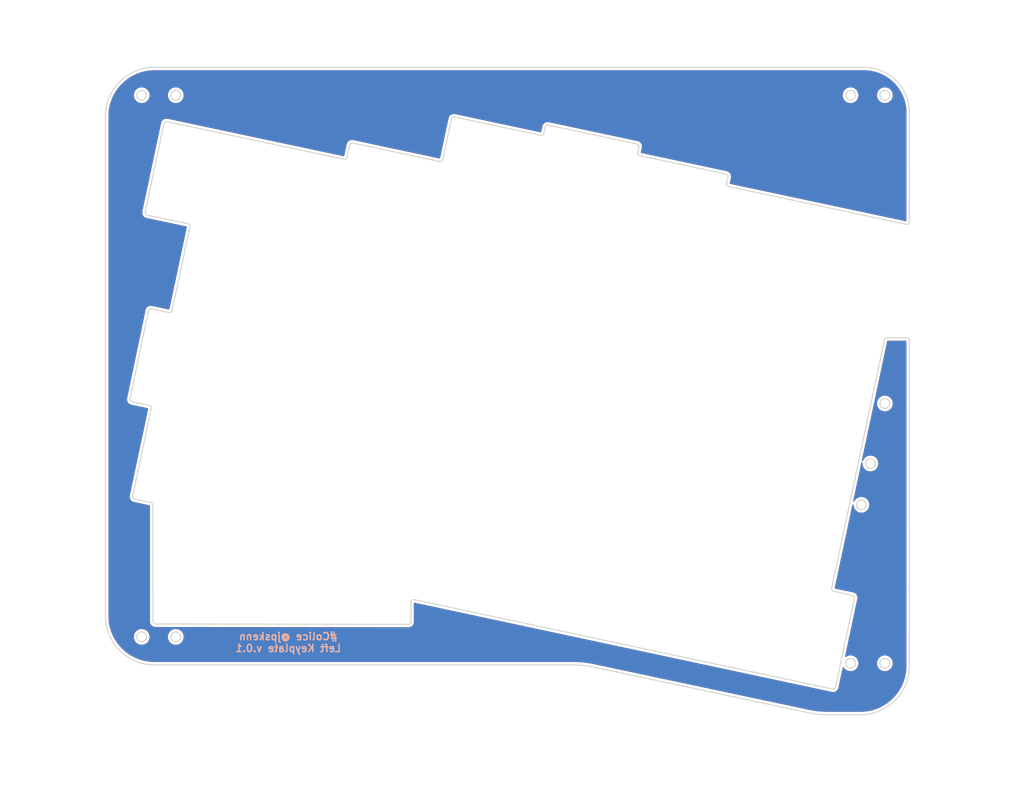
<source format=kicad_pcb>
(kicad_pcb (version 20171130) (host pcbnew "(5.1.5-0-10_14)")
  (layers (0 F.Cu signal) (31 B.Cu signal) (34 B.Paste user) (35 F.Paste user) (36 B.SilkS user) (37 F.SilkS user) (38 B.Mask user) (39 F.Mask user) (44 Edge.Cuts user))
  (net 0 "")
  (gr_curve (pts (xy 181.024951 101.546006) (xy 181.024951 100.994169) (xy 181.473415 100.546185) (xy 182.026761 100.546185)) (layer Edge.Cuts) (width 0.2))
  (gr_curve (pts (xy 28.889849 139.716778) (xy 27.014482 137.841408) (xy 25.960912 135.297964) (xy 25.960912 132.645776)) (layer Edge.Cuts) (width 0.2))
  (gr_curve (pts (xy 125.543202 143.082812) (xy 124.1761 142.792299) (xy 122.782275 142.64572) (xy 121.384746 142.64572)) (layer Edge.Cuts) (width 0.2))
  (gr_curve (pts (xy 178.976829 26.413206) (xy 178.976829 26.966129) (xy 178.528366 27.413389) (xy 177.978636 27.413389)) (layer Edge.Cuts) (width 0.2))
  (gr_curve (pts (xy 177.978636 25.413385) (xy 178.528366 25.413385) (xy 178.976829 25.861368) (xy 178.976829 26.413206)) (layer Edge.Cuts) (width 0.2))
  (gr_curve (pts (xy 173.405005 152.809442) (xy 172.007476 152.809442) (xy 170.613916 152.662862) (xy 169.246814 152.372349)) (layer Edge.Cuts) (width 0.2))
  (gr_line (start 184.976865 90.309718) (end 184.976865 90.309718) (layer Edge.Cuts) (width 0.2))
  (gr_line (start 40.307986 137.924878) (end 40.307986 137.924878) (layer Edge.Cuts) (width 0.2))
  (gr_curve (pts (xy 185.975059 89.309535) (xy 185.975059 89.862458) (xy 185.526595 90.309718) (xy 184.976865 90.309718)) (layer Edge.Cuts) (width 0.2))
  (gr_curve (pts (xy 184.976865 88.309714) (xy 185.526595 88.309714) (xy 185.975059 88.757698) (xy 185.975059 89.309535)) (layer Edge.Cuts) (width 0.2))
  (gr_curve (pts (xy 40.307986 27.413389) (xy 39.75464 27.413389) (xy 39.306176 26.966129) (xy 39.306176 26.413206)) (layer Edge.Cuts) (width 0.2))
  (gr_line (start 177.978636 143.309767) (end 177.978636 143.309767) (layer Edge.Cuts) (width 0.2))
  (gr_curve (pts (xy 183.975055 89.309535) (xy 183.975055 88.757698) (xy 184.423519 88.309714) (xy 184.976865 88.309714)) (layer Edge.Cuts) (width 0.2))
  (gr_curve (pts (xy 184.976865 90.309718) (xy 184.423519 90.309718) (xy 183.975055 89.862458) (xy 183.975055 89.309535)) (layer Edge.Cuts) (width 0.2))
  (gr_line (start 40.307986 27.413389) (end 40.307986 27.413389) (layer Edge.Cuts) (width 0.2))
  (gr_curve (pts (xy 41.306179 136.924695) (xy 41.306179 137.477618) (xy 40.857716 137.924878) (xy 40.307986 137.924878)) (layer Edge.Cuts) (width 0.2))
  (gr_curve (pts (xy 40.307986 135.924874) (xy 40.857716 135.924874) (xy 41.306179 136.372858) (xy 41.306179 136.924695)) (layer Edge.Cuts) (width 0.2))
  (gr_curve (pts (xy 177.978636 141.309763) (xy 178.528366 141.309763) (xy 178.976829 141.757746) (xy 178.976829 142.309584)) (layer Edge.Cuts) (width 0.2))
  (gr_curve (pts (xy 178.976829 142.309584) (xy 178.976829 142.862507) (xy 178.528366 143.309767) (xy 177.978636 143.309767)) (layer Edge.Cuts) (width 0.2))
  (gr_curve (pts (xy 176.976826 26.413206) (xy 176.976826 25.861368) (xy 177.42529 25.413385) (xy 177.978636 25.413385)) (layer Edge.Cuts) (width 0.2))
  (gr_curve (pts (xy 177.978636 27.413389) (xy 177.42529 27.413389) (xy 176.976826 26.966129) (xy 176.976826 26.413206)) (layer Edge.Cuts) (width 0.2))
  (gr_curve (pts (xy 174.110649 127.020989) (xy 175.16713 122.050518) (xy 183.93992 80.777828) (xy 184.894537 76.286518)) (layer Edge.Cuts) (width 0.2))
  (gr_curve (pts (xy 179.978843 152.809442) (xy 177.485674 152.809442) (xy 175.056005 152.809442) (xy 173.405005 152.809442)) (layer Edge.Cuts) (width 0.2))
  (gr_curve (pts (xy 169.246814 152.372349) (xy 161.40033 150.704413) (xy 133.389421 144.750484) (xy 125.543202 143.082812)) (layer Edge.Cuts) (width 0.2))
  (gr_line (start 180.193198 110.97821) (end 180.193198 110.97821) (layer Edge.Cuts) (width 0.2))
  (gr_curve (pts (xy 176.976826 142.309584) (xy 176.976826 141.757746) (xy 177.42529 141.309763) (xy 177.978636 141.309763)) (layer Edge.Cuts) (width 0.2))
  (gr_curve (pts (xy 177.978636 143.309767) (xy 177.42529 143.309767) (xy 176.976826 142.862507) (xy 176.976826 142.309584)) (layer Edge.Cuts) (width 0.2))
  (gr_line (start 182.026761 102.546189) (end 182.026761 102.546189) (layer Edge.Cuts) (width 0.2))
  (gr_curve (pts (xy 181.191392 109.978027) (xy 181.191392 110.53095) (xy 180.742928 110.97821) (xy 180.193198 110.97821)) (layer Edge.Cuts) (width 0.2))
  (gr_curve (pts (xy 180.193198 108.978206) (xy 180.742928 108.978206) (xy 181.191392 109.426189) (xy 181.191392 109.978027)) (layer Edge.Cuts) (width 0.2))
  (gr_curve (pts (xy 179.191388 109.978027) (xy 179.191388 109.426189) (xy 179.639852 108.978206) (xy 180.193198 108.978206)) (layer Edge.Cuts) (width 0.2))
  (gr_curve (pts (xy 180.193198 110.97821) (xy 179.639852 110.97821) (xy 179.191388 110.53095) (xy 179.191388 109.978027)) (layer Edge.Cuts) (width 0.2))
  (gr_line (start 184.976865 143.309767) (end 184.976865 143.309767) (layer Edge.Cuts) (width 0.2))
  (gr_curve (pts (xy 183.024954 101.546006) (xy 183.024954 102.098929) (xy 182.576491 102.546189) (xy 182.026761 102.546189)) (layer Edge.Cuts) (width 0.2))
  (gr_curve (pts (xy 182.026761 100.546185) (xy 182.576491 100.546185) (xy 183.024954 100.994169) (xy 183.024954 101.546006)) (layer Edge.Cuts) (width 0.2))
  (gr_curve (pts (xy 182.026761 102.546189) (xy 181.473415 102.546189) (xy 181.024951 102.098929) (xy 181.024951 101.546006)) (layer Edge.Cuts) (width 0.2))
  (gr_line (start 33.360028 137.924878) (end 33.360028 137.924878) (layer Edge.Cuts) (width 0.2))
  (gr_curve (pts (xy 185.975059 142.309584) (xy 185.975059 142.862507) (xy 185.526595 143.309767) (xy 184.976865 143.309767)) (layer Edge.Cuts) (width 0.2))
  (gr_curve (pts (xy 184.976865 141.309763) (xy 185.526595 141.309763) (xy 185.975059 141.757746) (xy 185.975059 142.309584)) (layer Edge.Cuts) (width 0.2))
  (gr_curve (pts (xy 183.975055 142.309584) (xy 183.975055 141.757746) (xy 184.423519 141.309763) (xy 184.976865 141.309763)) (layer Edge.Cuts) (width 0.2))
  (gr_curve (pts (xy 184.976865 143.309767) (xy 184.423519 143.309767) (xy 183.975055 142.862507) (xy 183.975055 142.309584)) (layer Edge.Cuts) (width 0.2))
  (gr_line (start 33.360028 27.413389) (end 33.360028 27.413389) (layer Edge.Cuts) (width 0.2))
  (gr_curve (pts (xy 34.358221 136.924695) (xy 34.358221 137.477618) (xy 33.909757 137.924878) (xy 33.360028 137.924878)) (layer Edge.Cuts) (width 0.2))
  (gr_curve (pts (xy 33.360028 135.924874) (xy 33.909757 135.924874) (xy 34.358221 136.372858) (xy 34.358221 136.924695)) (layer Edge.Cuts) (width 0.2))
  (gr_curve (pts (xy 32.358218 136.924695) (xy 32.358218 136.372858) (xy 32.806681 135.924874) (xy 33.360028 135.924874)) (layer Edge.Cuts) (width 0.2))
  (gr_curve (pts (xy 33.360028 137.924878) (xy 32.806681 137.924878) (xy 32.358218 137.477618) (xy 32.358218 136.924695)) (layer Edge.Cuts) (width 0.2))
  (gr_line (start 184.976865 27.413389) (end 184.976865 27.413389) (layer Edge.Cuts) (width 0.2))
  (gr_curve (pts (xy 34.358221 26.413206) (xy 34.358221 26.966129) (xy 33.909757 27.413389) (xy 33.360028 27.413389)) (layer Edge.Cuts) (width 0.2))
  (gr_curve (pts (xy 33.360028 25.413385) (xy 33.909757 25.413385) (xy 34.358221 25.861368) (xy 34.358221 26.413206)) (layer Edge.Cuts) (width 0.2))
  (gr_curve (pts (xy 32.358218 26.413206) (xy 32.358218 25.861368) (xy 32.806681 25.413385) (xy 33.360028 25.413385)) (layer Edge.Cuts) (width 0.2))
  (gr_curve (pts (xy 33.360028 27.413389) (xy 32.806681 27.413389) (xy 32.358218 26.966129) (xy 32.358218 26.413206)) (layer Edge.Cuts) (width 0.2))
  (gr_line (start 189.977183 52.276863) (end 189.977183 52.276863) (layer Edge.Cuts) (width 0.2))
  (gr_curve (pts (xy 185.975059 26.413206) (xy 185.975059 26.966129) (xy 185.526595 27.413389) (xy 184.976865 27.413389)) (layer Edge.Cuts) (width 0.2))
  (gr_curve (pts (xy 184.976865 25.413385) (xy 185.526595 25.413385) (xy 185.975059 25.861368) (xy 185.975059 26.413206)) (layer Edge.Cuts) (width 0.2))
  (gr_curve (pts (xy 189.977183 52.276863) (xy 189.977183 52.427675) (xy 189.90892 52.570551) (xy 189.79171 52.665272)) (layer Edge.Cuts) (width 0.2))
  (gr_curve (pts (xy 25.960912 30.713813) (xy 25.960912 25.191156) (xy 30.437926 20.713869) (xy 35.960839 20.713869)) (layer Edge.Cuts) (width 0.2))
  (gr_curve (pts (xy 25.960912 132.645776) (xy 25.960912 109.728851) (xy 25.960912 53.630738) (xy 25.960912 30.713813)) (layer Edge.Cuts) (width 0.2))
  (gr_curve (pts (xy 174.495618 127.613921) (xy 174.225743 127.556507) (xy 174.053235 127.291129) (xy 174.110649 127.020989)) (layer Edge.Cuts) (width 0.2))
  (gr_curve (pts (xy 153.064367 45.048169) (xy 152.934721 45.020388) (xy 152.821215 44.9426) (xy 152.748984 44.83121)) (layer Edge.Cuts) (width 0.2))
  (gr_curve (pts (xy 189.373139 52.765813) (xy 184.911206 51.81728) (xy 157.103761 45.906743) (xy 153.064367 45.048169)) (layer Edge.Cuts) (width 0.2))
  (gr_curve (pts (xy 96.548836 31.240864) (xy 96.207259 32.847946) (xy 95.121409 37.95653) (xy 94.779832 39.563876)) (layer Edge.Cuts) (width 0.2))
  (gr_curve (pts (xy 97.142032 30.85563) (xy 96.871893 30.798215) (xy 96.606251 30.970724) (xy 96.548836 31.240864)) (layer Edge.Cuts) (width 0.2))
  (gr_curve (pts (xy 114.818316 34.612984) (xy 112.190474 34.054448) (xy 99.769609 31.414166) (xy 97.142032 30.85563)) (layer Edge.Cuts) (width 0.2))
  (gr_curve (pts (xy 115.411247 34.22775) (xy 115.353833 34.49789) (xy 115.088456 34.670399) (xy 114.818316 34.612984)) (layer Edge.Cuts) (width 0.2))
  (gr_curve (pts (xy 115.694352 32.8961) (xy 115.611008 33.288213) (xy 115.494591 33.835637) (xy 115.411247 34.22775)) (layer Edge.Cuts) (width 0.2))
  (gr_curve (pts (xy 116.287283 32.511131) (xy 116.017408 32.453716) (xy 115.751766 32.62596) (xy 115.694352 32.8961)) (layer Edge.Cuts) (width 0.2))
  (gr_curve (pts (xy 35.246728 89.935602) (xy 35.31896 90.046992) (xy 35.344095 90.182194) (xy 35.316314 90.31184)) (layer Edge.Cuts) (width 0.2))
  (gr_curve (pts (xy 34.931345 89.718908) (xy 35.060991 89.746425) (xy 35.174497 89.824477) (xy 35.246728 89.935602)) (layer Edge.Cuts) (width 0.2))
  (gr_curve (pts (xy 31.354708 88.958759) (xy 32.229155 89.144497) (xy 34.055574 89.532641) (xy 34.931345 89.718908)) (layer Edge.Cuts) (width 0.2))
  (gr_curve (pts (xy 30.96921 88.36715) (xy 30.912589 88.63676) (xy 31.085097 88.901345) (xy 31.354708 88.958759)) (layer Edge.Cuts) (width 0.2))
  (gr_curve (pts (xy 34.733172 70.3736) (xy 34.176224 73.035313) (xy 31.524305 85.713374) (xy 30.96921 88.36715)) (layer Edge.Cuts) (width 0.2))
  (gr_curve (pts (xy 34.949601 70.056893) (xy 34.838212 70.129389) (xy 34.760424 70.243425) (xy 34.733172 70.3736)) (layer Edge.Cuts) (width 0.2))
  (gr_curve (pts (xy 35.326368 69.986778) (xy 35.196458 69.959262) (xy 35.060991 69.984397) (xy 34.949601 70.056893)) (layer Edge.Cuts) (width 0.2))
  (gr_curve (pts (xy 38.961214 70.759363) (xy 38.075124 70.570979) (xy 36.213781 70.175427) (xy 35.326368 69.986778)) (layer Edge.Cuts) (width 0.2))
  (gr_curve (pts (xy 88.135086 134.21661) (xy 88.229013 134.122947) (xy 88.281665 133.995682) (xy 88.281665 133.862861)) (layer Edge.Cuts) (width 0.2))
  (gr_curve (pts (xy 87.781074 134.362925) (xy 87.91363 134.363189) (xy 88.041159 134.310537) (xy 88.135086 134.21661)) (layer Edge.Cuts) (width 0.2))
  (gr_curve (pts (xy 36.144195 134.290693) (xy 41.18001 134.297837) (xy 82.737057 134.355781) (xy 87.781074 134.362925)) (layer Edge.Cuts) (width 0.2))
  (gr_curve (pts (xy 35.644926 133.791159) (xy 35.645191 134.066855) (xy 35.868499 134.290429) (xy 36.144195 134.290693)) (layer Edge.Cuts) (width 0.2))
  (gr_curve (pts (xy 35.629845 110.000843) (xy 35.631697 112.907561) (xy 35.64281 130.58361) (xy 35.644926 133.791159)) (layer Edge.Cuts) (width 0.2))
  (gr_curve (pts (xy 35.233764 109.511892) (xy 35.464481 109.561105) (xy 35.629581 109.764834) (xy 35.629845 110.000843)) (layer Edge.Cuts) (width 0.2))
  (gr_curve (pts (xy 31.897368 108.802808) (xy 32.742183 108.98246) (xy 34.458535 109.347321) (xy 35.233764 109.511892)) (layer Edge.Cuts) (width 0.2))
  (gr_curve (pts (xy 31.581985 108.586114) (xy 31.654216 108.697239) (xy 31.767458 108.775291) (xy 31.897368 108.802808)) (layer Edge.Cuts) (width 0.2))
  (gr_curve (pts (xy 31.512135 108.209875) (xy 31.484618 108.339521) (xy 31.509753 108.474724) (xy 31.581985 108.586114)) (layer Edge.Cuts) (width 0.2))
  (gr_curve (pts (xy 35.316314 90.31184) (xy 34.753545 92.960324) (xy 32.075168 105.561392) (xy 31.512135 108.209875)) (layer Edge.Cuts) (width 0.2))
  (gr_curve (pts (xy 39.55441 70.374394) (xy 39.496995 70.644269) (xy 39.231354 70.816778) (xy 38.961214 70.759363)) (layer Edge.Cuts) (width 0.2))
  (gr_curve (pts (xy 43.198516 53.229629) (xy 42.650564 55.807469) (xy 40.102362 67.796554) (xy 39.55441 70.374394)) (layer Edge.Cuts) (width 0.2))
  (gr_curve (pts (xy 42.813547 52.636432) (xy 43.083422 52.693847) (xy 43.255931 52.959489) (xy 43.198516 53.229629)) (layer Edge.Cuts) (width 0.2))
  (gr_curve (pts (xy 34.450597 50.858958) (xy 36.063233 51.201594) (xy 41.200912 52.293796) (xy 42.813547 52.636432)) (layer Edge.Cuts) (width 0.2))
  (gr_curve (pts (xy 34.065628 50.266026) (xy 34.008214 50.535901) (xy 34.180722 50.801543) (xy 34.450597 50.858958)) (layer Edge.Cuts) (width 0.2))
  (gr_curve (pts (xy 37.906849 32.193895) (xy 37.340641 34.858518) (xy 34.631837 47.601402) (xy 34.065628 50.266026)) (layer Edge.Cuts) (width 0.2))
  (gr_curve (pts (xy 38.499781 31.808925) (xy 38.229906 31.751511) (xy 37.964264 31.924019) (xy 37.906849 32.193895)) (layer Edge.Cuts) (width 0.2))
  (gr_curve (pts (xy 134.411771 36.363471) (xy 131.742654 35.796203) (xy 118.956664 33.078398) (xy 116.287283 32.511131)) (layer Edge.Cuts) (width 0.2))
  (gr_curve (pts (xy 134.797004 36.956403) (xy 134.854419 36.686527) (xy 134.681911 36.420885) (xy 134.411771 36.363471)) (layer Edge.Cuts) (width 0.2))
  (gr_curve (pts (xy 134.543004 38.150734) (xy 134.61894 37.79434) (xy 134.721069 37.313062) (xy 134.797004 36.956403)) (layer Edge.Cuts) (width 0.2))
  (gr_curve (pts (xy 134.928238 38.743931) (xy 134.658098 38.686516) (xy 134.48559 38.420874) (xy 134.543004 38.150734)) (layer Edge.Cuts) (width 0.2))
  (gr_curve (pts (xy 152.584413 42.496787) (xy 149.958688 41.93878) (xy 137.553963 39.301938) (xy 134.928238 38.743931)) (layer Edge.Cuts) (width 0.2))
  (gr_curve (pts (xy 152.969646 43.089984) (xy 153.027061 42.819844) (xy 152.854553 42.554202) (xy 152.584413 42.496787)) (layer Edge.Cuts) (width 0.2))
  (gr_curve (pts (xy 152.679399 44.454972) (xy 152.764594 44.054392) (xy 152.884451 43.490299) (xy 152.969646 43.089984)) (layer Edge.Cuts) (width 0.2))
  (gr_curve (pts (xy 152.748984 44.83121) (xy 152.677017 44.720085) (xy 152.651882 44.584618) (xy 152.679399 44.454972)) (layer Edge.Cuts) (width 0.2))
  (gr_curve (pts (xy 178.375733 128.438629) (xy 177.444664 128.24072) (xy 175.426951 127.81183) (xy 174.495618 127.613921)) (layer Edge.Cuts) (width 0.2))
  (gr_curve (pts (xy 178.760966 129.031561) (xy 178.818381 128.761686) (xy 178.645872 128.496044) (xy 178.375733 128.438629)) (layer Edge.Cuts) (width 0.2))
  (gr_curve (pts (xy 174.904399 147.174601) (xy 175.47246 144.502569) (xy 178.19317 131.702535) (xy 178.760966 129.031561)) (layer Edge.Cuts) (width 0.2))
  (gr_curve (pts (xy 174.687441 147.490249) (xy 174.79883 147.418018) (xy 174.876883 147.304511) (xy 174.904399 147.174601)) (layer Edge.Cuts) (width 0.2))
  (gr_curve (pts (xy 174.310939 147.55957) (xy 174.440585 147.587351) (xy 174.576051 147.562481) (xy 174.687441 147.490249)) (layer Edge.Cuts) (width 0.2))
  (gr_curve (pts (xy 88.886238 129.308051) (xy 96.208053 130.872271) (xy 167.699001 146.146957) (xy 174.310939 147.55957)) (layer Edge.Cuts) (width 0.2))
  (gr_curve (pts (xy 88.467138 129.408329) (xy 88.584613 129.313343) (xy 88.738601 129.276566) (xy 88.886238 129.308051)) (layer Edge.Cuts) (width 0.2))
  (gr_curve (pts (xy 88.281665 129.797002) (xy 88.281665 129.645925) (xy 88.349928 129.50305) (xy 88.467138 129.408329)) (layer Edge.Cuts) (width 0.2))
  (gr_curve (pts (xy 88.281665 133.862861) (xy 88.281665 132.909301) (xy 88.281665 130.835229) (xy 88.281665 129.797002)) (layer Edge.Cuts) (width 0.2))
  (gr_curve (pts (xy 74.630753 39.488734) (xy 70.574425 38.626456) (xy 42.556108 32.671204) (xy 38.499781 31.808925)) (layer Edge.Cuts) (width 0.2))
  (gr_curve (pts (xy 75.223684 39.1035) (xy 75.166269 39.37364) (xy 74.900628 39.546149) (xy 74.630753 39.488734)) (layer Edge.Cuts) (width 0.2))
  (gr_curve (pts (xy 75.767667 36.544975) (xy 75.623998 37.219664) (xy 75.367088 38.428812) (xy 75.223684 39.1035)) (layer Edge.Cuts) (width 0.2))
  (gr_curve (pts (xy 76.360598 36.159741) (xy 76.090459 36.102326) (xy 75.825082 36.274835) (xy 75.767667 36.544975)) (layer Edge.Cuts) (width 0.2))
  (gr_curve (pts (xy 94.186636 39.948845) (xy 91.545036 39.387399) (xy 79.002197 36.721452) (xy 76.360598 36.159741)) (layer Edge.Cuts) (width 0.2))
  (gr_curve (pts (xy 94.779832 39.563876) (xy 94.722418 39.834016) (xy 94.456776 40.00626) (xy 94.186636 39.948845)) (layer Edge.Cuts) (width 0.2))
  (gr_curve (pts (xy 183.975055 26.413206) (xy 183.975055 25.861368) (xy 184.423519 25.413385) (xy 184.976865 25.413385)) (layer Edge.Cuts) (width 0.2))
  (gr_curve (pts (xy 184.976865 27.413389) (xy 184.423519 27.413389) (xy 183.975055 26.966129) (xy 183.975055 26.413206)) (layer Edge.Cuts) (width 0.2))
  (gr_line (start 189.992264 29.998643) (end 189.992264 29.998643) (layer Edge.Cuts) (width 0.2))
  (gr_curve (pts (xy 189.992264 29.998643) (xy 189.992264 29.998643) (xy 189.979564 48.624812) (xy 189.977183 52.276863)) (layer Edge.Cuts) (width 0.2))
  (gr_line (start 121.384746 142.64572) (end 35.960839 142.64572) (layer Edge.Cuts) (width 0.2))
  (gr_curve (pts (xy 187.272612 23.433262) (xy 189.0141 25.174487) (xy 189.992264 27.536162) (xy 189.992264 29.998643)) (layer Edge.Cuts) (width 0.2))
  (gr_curve (pts (xy 180.707506 20.713869) (xy 183.169983 20.713869) (xy 185.531389 21.692035) (xy 187.272612 23.433262)) (layer Edge.Cuts) (width 0.2))
  (gr_curve (pts (xy 35.960839 20.713869) (xy 65.504215 20.713869) (xy 152.107634 20.713869) (xy 180.707506 20.713869)) (layer Edge.Cuts) (width 0.2))
  (gr_curve (pts (xy 189.79171 52.665272) (xy 189.6745 52.760257) (xy 189.520777 52.797034) (xy 189.373139 52.765813)) (layer Edge.Cuts) (width 0.2))
  (gr_curve (pts (xy 35.960839 142.64572) (xy 33.308655 142.64572) (xy 30.765216 141.592147) (xy 28.889849 139.716778)) (layer Edge.Cuts) (width 0.2))
  (gr_curve (pts (xy 184.894537 76.286518) (xy 184.943749 76.055537) (xy 185.147479 75.890436) (xy 185.383487 75.890436)) (layer Edge.Cuts) (width 0.2))
  (gr_curve (pts (xy 41.306179 26.413206) (xy 41.306179 26.966129) (xy 40.857716 27.413389) (xy 40.307986 27.413389)) (layer Edge.Cuts) (width 0.2))
  (gr_curve (pts (xy 40.307986 25.413385) (xy 40.857716 25.413385) (xy 41.306179 25.861368) (xy 41.306179 26.413206)) (layer Edge.Cuts) (width 0.2))
  (gr_curve (pts (xy 39.306176 26.413206) (xy 39.306176 25.861368) (xy 39.75464 25.413385) (xy 40.307986 25.413385)) (layer Edge.Cuts) (width 0.2))
  (gr_curve (pts (xy 39.306176 136.924695) (xy 39.306176 136.372858) (xy 39.75464 135.924874) (xy 40.307986 135.924874)) (layer Edge.Cuts) (width 0.2))
  (gr_curve (pts (xy 40.307986 137.924878) (xy 39.75464 137.924878) (xy 39.306176 137.477618) (xy 39.306176 136.924695)) (layer Edge.Cuts) (width 0.2))
  (gr_line (start 177.978636 27.413389) (end 177.978636 27.413389) (layer Edge.Cuts) (width 0.2))
  (gr_curve (pts (xy 189.492202 75.890436) (xy 189.624758 75.890436) (xy 189.752023 75.943089) (xy 189.845685 76.037016)) (layer Edge.Cuts) (width 0.2))
  (gr_curve (pts (xy 189.845685 76.037016) (xy 189.939348 76.130679) (xy 189.992 76.257943) (xy 189.992 76.3905)) (layer Edge.Cuts) (width 0.2))
  (gr_curve (pts (xy 185.383487 75.890436) (xy 186.293654 75.890436) (xy 188.498427 75.890436) (xy 189.492202 75.890436)) (layer Edge.Cuts) (width 0.2))
  (gr_curve (pts (xy 189.97877 142.81135) (xy 189.977712 148.333478) (xy 185.500697 152.809442) (xy 179.978843 152.809442)) (layer Edge.Cuts) (width 0.2))
  (gr_curve (pts (xy 189.992 76.3905) (xy 189.990941 81.429763) (xy 189.982739 123.261253) (xy 189.97877 142.81135)) (layer Edge.Cuts) (width 0.2))
  (gr_text "#Colice @jpskenn\nLeft Keyplate v.0.1" (at 63.2333 138.0363) (layer B.SilkS) (effects (font (size 1.5 1.5) (thickness 0.3)) (justify mirror)))
  (zone (net 0) (net_name "") (layer B.Cu) (connect_pads (clearance 0.508)) (min_thickness 0.254) (fill yes (arc_segments 32) (thermal_gap 0.508) (thermal_bridge_width 0.508))
    (polygon (pts (xy 210.185 172.085) (xy 5.08 168.275) (xy 5.08 6.985) (xy 213.36 6.985)))
  )
  (zone (net 0) (net_name "") (layer F.Cu) (connect_pads (clearance 0.508)) (min_thickness 0.254) (fill yes (arc_segments 32) (thermal_gap 0.508) (thermal_bridge_width 0.508))
    (polygon (pts (xy 210.185 171.45) (xy 4.445 167.64) (xy 5.715 6.985) (xy 213.36 6.985)))
  )
)
</source>
